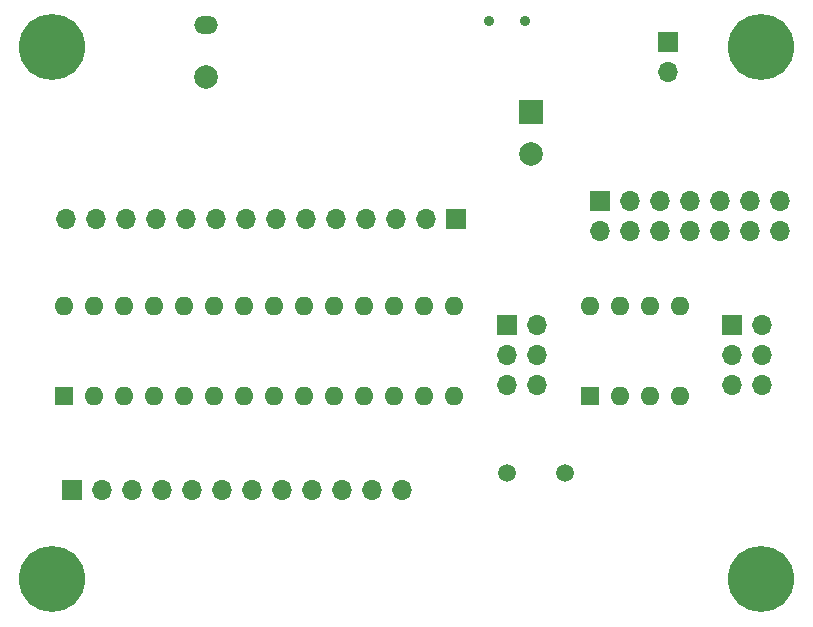
<source format=gbr>
%TF.GenerationSoftware,KiCad,Pcbnew,(5.1.7)-1*%
%TF.CreationDate,2021-07-08T13:40:54+10:00*%
%TF.ProjectId,AVRDevBoardRev1.1,41565244-6576-4426-9f61-726452657631,rev?*%
%TF.SameCoordinates,Original*%
%TF.FileFunction,Soldermask,Bot*%
%TF.FilePolarity,Negative*%
%FSLAX46Y46*%
G04 Gerber Fmt 4.6, Leading zero omitted, Abs format (unit mm)*
G04 Created by KiCad (PCBNEW (5.1.7)-1) date 2021-07-08 13:40:54*
%MOMM*%
%LPD*%
G01*
G04 APERTURE LIST*
%ADD10R,2.000000X2.000000*%
%ADD11C,2.000000*%
%ADD12C,5.600000*%
%ADD13R,1.700000X1.700000*%
%ADD14O,1.700000X1.700000*%
%ADD15O,2.000000X1.500000*%
%ADD16C,0.900000*%
%ADD17R,1.600000X1.600000*%
%ADD18O,1.600000X1.600000*%
%ADD19C,1.500000*%
G04 APERTURE END LIST*
D10*
%TO.C,C1*%
X127500000Y-94500000D03*
D11*
X127500000Y-98000000D03*
%TD*%
D12*
%TO.C,H1*%
X147000000Y-89000000D03*
%TD*%
%TO.C,H2*%
X87000000Y-89000000D03*
%TD*%
%TO.C,H3*%
X87000000Y-134000000D03*
%TD*%
%TO.C,H4*%
X147000000Y-134000000D03*
%TD*%
D13*
%TO.C,J1*%
X139150000Y-88550000D03*
D14*
X139150000Y-91090000D03*
%TD*%
D13*
%TO.C,J2*%
X133380000Y-102000000D03*
D14*
X133380000Y-104540000D03*
X135920000Y-102000000D03*
X135920000Y-104540000D03*
X138460000Y-102000000D03*
X138460000Y-104540000D03*
X141000000Y-102000000D03*
X141000000Y-104540000D03*
X143540000Y-102000000D03*
X143540000Y-104540000D03*
X146080000Y-102000000D03*
X146080000Y-104540000D03*
X148620000Y-102000000D03*
X148620000Y-104540000D03*
%TD*%
D13*
%TO.C,J3*%
X88640000Y-126500000D03*
D14*
X91180000Y-126500000D03*
X93720000Y-126500000D03*
X96260000Y-126500000D03*
X98800000Y-126500000D03*
X101340000Y-126500000D03*
X103880000Y-126500000D03*
X106420000Y-126500000D03*
X108960000Y-126500000D03*
X111500000Y-126500000D03*
X114040000Y-126500000D03*
X116580000Y-126500000D03*
%TD*%
D13*
%TO.C,J4*%
X121200000Y-103500000D03*
D14*
X118660000Y-103500000D03*
X116120000Y-103500000D03*
X113580000Y-103500000D03*
X111040000Y-103500000D03*
X108500000Y-103500000D03*
X105960000Y-103500000D03*
X103420000Y-103500000D03*
X100880000Y-103500000D03*
X98340000Y-103500000D03*
X95800000Y-103500000D03*
X93260000Y-103500000D03*
X90720000Y-103500000D03*
X88180000Y-103500000D03*
%TD*%
D15*
%TO.C,J5*%
X100000000Y-87100000D03*
D11*
X100000000Y-91500000D03*
%TD*%
D14*
%TO.C,J6*%
X128040000Y-117580000D03*
X125500000Y-117580000D03*
X128040000Y-115040000D03*
X125500000Y-115040000D03*
X128040000Y-112500000D03*
D13*
X125500000Y-112500000D03*
%TD*%
%TO.C,J7*%
X144500000Y-112500000D03*
D14*
X147040000Y-112500000D03*
X144500000Y-115040000D03*
X147040000Y-115040000D03*
X144500000Y-117580000D03*
X147040000Y-117580000D03*
%TD*%
D16*
%TO.C,SW1*%
X127000000Y-86740000D03*
X124000000Y-86740000D03*
%TD*%
D17*
%TO.C,U2*%
X132500000Y-118500000D03*
D18*
X140120000Y-110880000D03*
X135040000Y-118500000D03*
X137580000Y-110880000D03*
X137580000Y-118500000D03*
X135040000Y-110880000D03*
X140120000Y-118500000D03*
X132500000Y-110880000D03*
%TD*%
D17*
%TO.C,U3*%
X88000000Y-118500000D03*
D18*
X121020000Y-110880000D03*
X90540000Y-118500000D03*
X118480000Y-110880000D03*
X93080000Y-118500000D03*
X115940000Y-110880000D03*
X95620000Y-118500000D03*
X113400000Y-110880000D03*
X98160000Y-118500000D03*
X110860000Y-110880000D03*
X100700000Y-118500000D03*
X108320000Y-110880000D03*
X103240000Y-118500000D03*
X105780000Y-110880000D03*
X105780000Y-118500000D03*
X103240000Y-110880000D03*
X108320000Y-118500000D03*
X100700000Y-110880000D03*
X110860000Y-118500000D03*
X98160000Y-110880000D03*
X113400000Y-118500000D03*
X95620000Y-110880000D03*
X115940000Y-118500000D03*
X93080000Y-110880000D03*
X118480000Y-118500000D03*
X90540000Y-110880000D03*
X121020000Y-118500000D03*
X88000000Y-110880000D03*
%TD*%
D19*
%TO.C,Y1*%
X125500000Y-125000000D03*
X130400000Y-125000000D03*
%TD*%
M02*

</source>
